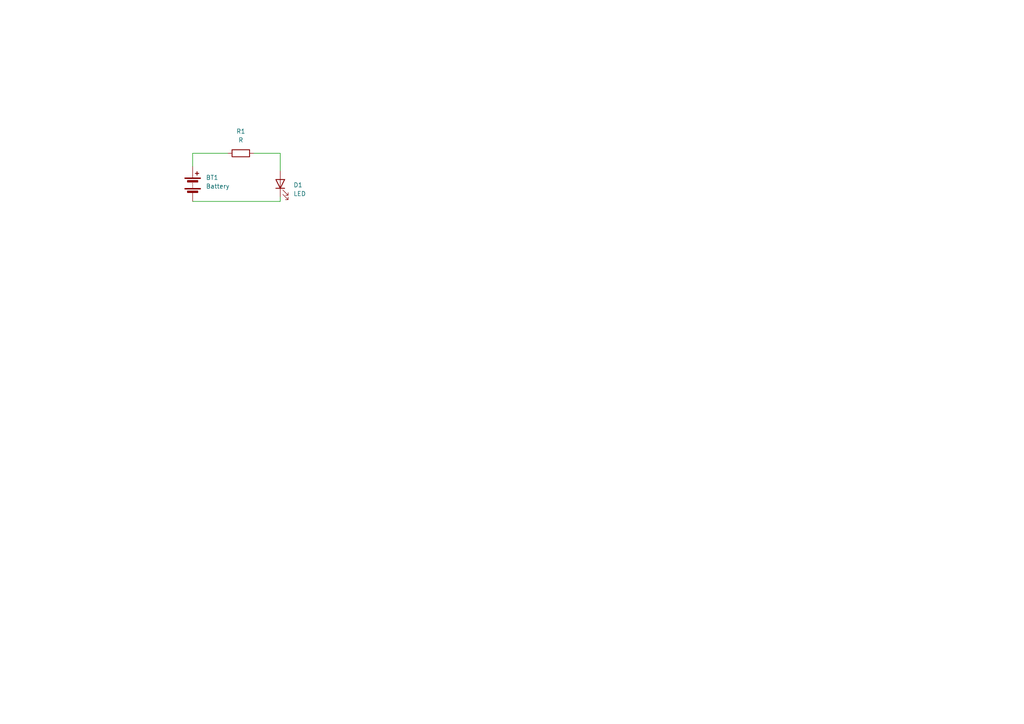
<source format=kicad_sch>
(kicad_sch (version 20231120) (generator "eeschema") (generator_version "8.0")
  (paper "A4")
  (lib_symbols
    (symbol "Device:Battery" (pin_numbers hide) (pin_names (offset 0) hide)
      (property "Reference" "BT" (at 2.54 2.54 0))
      (property "Value" "Battery" (at 2.54 0 0))
      (symbol "Battery_0_1"
        (rectangle (start -2.286 -1.27) (end 2.286 -1.524) (fill (type outline)))
        (rectangle (start -2.286 1.778) (end 2.286 1.524) (fill (type outline)))
        (rectangle (start -1.524 -2.032) (end 1.524 -2.54) (fill (type outline)))
        (rectangle (start -1.524 1.016) (end 1.524 0.508) (fill (type outline)))
        (polyline (pts (xy 0 -1.016) (xy 0 -0.762)))
        (polyline (pts (xy 0 -0.508) (xy 0 -0.254)))
        (polyline (pts (xy 0 0) (xy 0 0.254)))
        (polyline (pts (xy 0 1.778) (xy 0 2.54)))
        (polyline (pts (xy 0.762 3.048) (xy 1.778 3.048)) (stroke (width 0.254)))
        (polyline (pts (xy 1.27 3.556) (xy 1.27 2.54)) (stroke (width 0.254)))
      )
      (symbol "Battery_1_1"
        (pin passive line (at 0 5.08 270) (length 2.54) (name "+") (number "1"))
        (pin passive line (at 0 -5.08 90) (length 2.54) (name "-") (number "2"))
      )
    )
    (symbol "Device:LED" (pin_numbers hide) (pin_names (offset 1.016) hide)
      (property "Reference" "D" (at 0 2.54 0))
      (property "Value" "LED" (at 0 -2.54 0))
      (symbol "LED_0_1"
        (polyline (pts (xy -1.27 -1.27) (xy -1.27 1.27)) (stroke (width 0.254)))
        (polyline (pts (xy -1.27 0) (xy 1.27 0)))
        (polyline (pts (xy 1.27 -1.27) (xy 1.27 1.27) (xy -1.27 0) (xy 1.27 -1.27)) (stroke (width 0.254)))
        (polyline (pts (xy -3.048 -0.762) (xy -4.572 -2.286) (xy -3.81 -2.286) (xy -4.572 -2.286) (xy -4.572 -1.524)))
        (polyline (pts (xy -1.778 -0.762) (xy -3.302 -2.286) (xy -2.54 -2.286) (xy -3.302 -2.286) (xy -3.302 -1.524)))
      )
      (symbol "LED_1_1"
        (pin passive line (at -3.81 0 0) (length 2.54) (name "K") (number "1"))
        (pin passive line (at 3.81 0 180) (length 2.54) (name "A") (number "2"))
      )
    )
    (symbol "Device:R" (pin_numbers hide) (pin_names (offset 0))
      (property "Reference" "R" (at 2.032 0 90))
      (property "Value" "R" (at 0 0 90))
      (symbol "R_0_1"
        (rectangle (start -1.016 -2.54) (end 1.016 2.54) (stroke (width 0.254)))
      )
      (symbol "R_1_1"
        (pin passive line (at 0 3.81 270) (length 1.27) (name "~") (number "1"))
        (pin passive line (at 0 -3.81 90) (length 1.27) (name "~") (number "2"))
      )
    )
  )
  (wire (pts (xy 55.88 44.45) (xy 55.88 48.26)))
  (wire (pts (xy 81.28 44.45) (xy 81.28 49.53)))
  (wire (pts (xy 81.28 58.42) (xy 81.28 57.15)))
  (wire (pts (xy 55.88 58.42) (xy 81.28 58.42)))
  (wire (pts (xy 66.04 44.45) (xy 55.88 44.45)))
  (wire (pts (xy 73.66 44.45) (xy 81.28 44.45)))
  (symbol (lib_id "Device:LED") (at 81.28 53.34 90) (unit 1)
    (property "Reference" "D1" (at 85.09 53.6574 90) (effects (justify right)))
    (property "Value" "LED" (at 85.09 56.1974 90) (effects (justify right)))
    (property "Footprint" "Diode_SMD:D_0805_2012Metric_Pad1.15x1.40mm_HandSolder" (effects (hide yes)))
    (property "Description" "Light emitting diode" (effects (hide yes)))
  )
  (symbol (lib_id "Device:Battery") (at 55.88 53.34 0) (unit 1)
    (property "Reference" "BT1" (at 59.69 51.4984 0) (effects (justify left)))
    (property "Value" "Battery" (at 59.69 54.0384 0) (effects (justify left)))
    (property "Footprint" "FS_3_Global_Footprint_Library:MS621FE-FL11E_SEC" (effects (hide yes)))
    (property "Description" "Multiple-cell battery" (effects (hide yes)))
  )
  (symbol (lib_id "Device:R") (at 69.85 44.45 270) (unit 1)
    (property "Reference" "R1" (at 69.85 38.1 90))
    (property "Value" "R" (at 69.85 40.64 90))
    (property "Footprint" "Resistor_SMD:R_0805_2012Metric_Pad1.20x1.40mm_HandSolder" (effects (hide yes)))
    (property "Description" "Resistor" (effects (hide yes)))
  )
)
</source>
